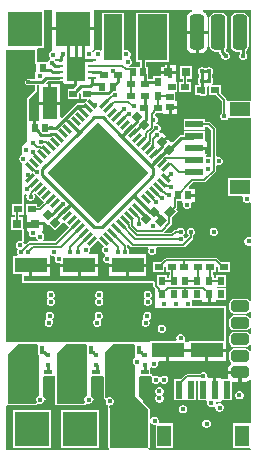
<source format=gtl>
G04*
G04 #@! TF.GenerationSoftware,Altium Limited,Altium Designer,24.6.1 (21)*
G04*
G04 Layer_Physical_Order=1*
G04 Layer_Color=255*
%FSLAX44Y44*%
%MOMM*%
G71*
G04*
G04 #@! TF.SameCoordinates,29A4E78F-5DBC-4D08-8976-EEF5966CA2B1*
G04*
G04*
G04 #@! TF.FilePolarity,Positive*
G04*
G01*
G75*
%ADD13C,0.1270*%
%ADD15C,0.2540*%
%ADD16R,1.6000X3.9000*%
%ADD17R,0.7500X0.6000*%
%ADD18R,0.8000X0.8000*%
%ADD19R,0.6000X0.6400*%
%ADD20R,3.0000X3.0000*%
%ADD21R,0.6400X0.6000*%
%ADD22R,0.6000X0.7500*%
G04:AMPARAMS|DCode=23|XSize=0.64mm|YSize=0.6mm|CornerRadius=0mm|HoleSize=0mm|Usage=FLASHONLY|Rotation=225.000|XOffset=0mm|YOffset=0mm|HoleType=Round|Shape=Rectangle|*
%AMROTATEDRECTD23*
4,1,4,0.0141,0.4384,0.4384,0.0141,-0.0141,-0.4384,-0.4384,-0.0141,0.0141,0.4384,0.0*
%
%ADD23ROTATEDRECTD23*%

G04:AMPARAMS|DCode=24|XSize=1.25mm|YSize=3mm|CornerRadius=0.3125mm|HoleSize=0mm|Usage=FLASHONLY|Rotation=0.000|XOffset=0mm|YOffset=0mm|HoleType=Round|Shape=RoundedRectangle|*
%AMROUNDEDRECTD24*
21,1,1.2500,2.3750,0,0,0.0*
21,1,0.6250,3.0000,0,0,0.0*
1,1,0.6250,0.3125,-1.1875*
1,1,0.6250,-0.3125,-1.1875*
1,1,0.6250,-0.3125,1.1875*
1,1,0.6250,0.3125,1.1875*
%
%ADD24ROUNDEDRECTD24*%
G04:AMPARAMS|DCode=25|XSize=0.64mm|YSize=0.6mm|CornerRadius=0mm|HoleSize=0mm|Usage=FLASHONLY|Rotation=135.000|XOffset=0mm|YOffset=0mm|HoleType=Round|Shape=Rectangle|*
%AMROTATEDRECTD25*
4,1,4,0.4384,-0.0141,0.0141,-0.4384,-0.4384,0.0141,-0.0141,0.4384,0.4384,-0.0141,0.0*
%
%ADD25ROTATEDRECTD25*%

%ADD26P,8.4853X4X180.0*%
G04:AMPARAMS|DCode=27|XSize=0.86mm|YSize=0.26mm|CornerRadius=0mm|HoleSize=0mm|Usage=FLASHONLY|Rotation=135.000|XOffset=0mm|YOffset=0mm|HoleType=Round|Shape=Rectangle|*
%AMROTATEDRECTD27*
4,1,4,0.3960,-0.2121,0.2121,-0.3960,-0.3960,0.2121,-0.2121,0.3960,0.3960,-0.2121,0.0*
%
%ADD27ROTATEDRECTD27*%

G04:AMPARAMS|DCode=28|XSize=0.26mm|YSize=0.86mm|CornerRadius=0mm|HoleSize=0mm|Usage=FLASHONLY|Rotation=135.000|XOffset=0mm|YOffset=0mm|HoleType=Round|Shape=Rectangle|*
%AMROTATEDRECTD28*
4,1,4,0.3960,0.2121,-0.2121,-0.3960,-0.3960,-0.2121,0.2121,0.3960,0.3960,0.2121,0.0*
%
%ADD28ROTATEDRECTD28*%

G04:AMPARAMS|DCode=29|XSize=1.5mm|YSize=1mm|CornerRadius=0.25mm|HoleSize=0mm|Usage=FLASHONLY|Rotation=0.000|XOffset=0mm|YOffset=0mm|HoleType=Round|Shape=RoundedRectangle|*
%AMROUNDEDRECTD29*
21,1,1.5000,0.5000,0,0,0.0*
21,1,1.0000,1.0000,0,0,0.0*
1,1,0.5000,0.5000,-0.2500*
1,1,0.5000,-0.5000,-0.2500*
1,1,0.5000,-0.5000,0.2500*
1,1,0.5000,0.5000,0.2500*
%
%ADD29ROUNDEDRECTD29*%
%ADD30R,1.3000X2.7000*%
G04:AMPARAMS|DCode=31|XSize=0.6mm|YSize=0.25mm|CornerRadius=0.0313mm|HoleSize=0mm|Usage=FLASHONLY|Rotation=180.000|XOffset=0mm|YOffset=0mm|HoleType=Round|Shape=RoundedRectangle|*
%AMROUNDEDRECTD31*
21,1,0.6000,0.1875,0,0,180.0*
21,1,0.5375,0.2500,0,0,180.0*
1,1,0.0625,-0.2688,0.0938*
1,1,0.0625,0.2688,0.0938*
1,1,0.0625,0.2688,-0.0938*
1,1,0.0625,-0.2688,-0.0938*
%
%ADD31ROUNDEDRECTD31*%
%ADD32R,1.6000X3.9000*%
%ADD33R,0.6000X1.5500*%
%ADD34R,1.2000X1.8000*%
%ADD35R,0.3400X0.8000*%
%ADD36R,0.4200X0.6600*%
%ADD37R,2.7000X1.3000*%
%ADD38R,0.6600X0.4200*%
%ADD39R,0.8000X0.3400*%
G04:AMPARAMS|DCode=40|XSize=0.6mm|YSize=0.75mm|CornerRadius=0mm|HoleSize=0mm|Usage=FLASHONLY|Rotation=315.000|XOffset=0mm|YOffset=0mm|HoleType=Round|Shape=Rectangle|*
%AMROTATEDRECTD40*
4,1,4,-0.4773,-0.0530,0.0530,0.4773,0.4773,0.0530,-0.0530,-0.4773,-0.4773,-0.0530,0.0*
%
%ADD40ROTATEDRECTD40*%

%ADD41R,1.5500X0.6000*%
%ADD42R,1.8000X1.2000*%
G04:AMPARAMS|DCode=71|XSize=1.6mm|YSize=2mm|CornerRadius=0.04mm|HoleSize=0mm|Usage=FLASHONLY|Rotation=180.000|XOffset=0mm|YOffset=0mm|HoleType=Round|Shape=RoundedRectangle|*
%AMROUNDEDRECTD71*
21,1,1.6000,1.9200,0,0,180.0*
21,1,1.5200,2.0000,0,0,180.0*
1,1,0.0800,-0.7600,0.9600*
1,1,0.0800,0.7600,0.9600*
1,1,0.0800,0.7600,-0.9600*
1,1,0.0800,-0.7600,-0.9600*
%
%ADD71ROUNDEDRECTD71*%
%ADD72C,0.4500*%
G36*
X208626Y297270D02*
X189160D01*
Y297270D01*
X187942Y297395D01*
Y297750D01*
X187794Y298494D01*
X187373Y299124D01*
X182794Y303703D01*
X182770Y303823D01*
Y310270D01*
X176044D01*
X175518Y311540D01*
X175984Y312006D01*
X176520Y313300D01*
Y314700D01*
X175984Y315994D01*
X175590Y316388D01*
Y319612D01*
X175984Y320006D01*
X176520Y321300D01*
Y322700D01*
X175984Y323994D01*
X174994Y324984D01*
X173700Y325520D01*
X172300D01*
X171006Y324984D01*
X170612Y324590D01*
X169388D01*
X168994Y324984D01*
X167700Y325520D01*
X166300D01*
X165006Y324984D01*
X164016Y323994D01*
X163480Y322700D01*
Y321300D01*
X164016Y320006D01*
X164710Y319312D01*
Y316688D01*
X164016Y315994D01*
X163480Y314700D01*
Y313300D01*
X164016Y312006D01*
X164482Y311540D01*
X164159Y310270D01*
X161230D01*
Y301730D01*
X165092D01*
X165606Y301216D01*
X166900Y300680D01*
X168300D01*
X169594Y301216D01*
X170108Y301730D01*
X171270D01*
Y308264D01*
X172410Y309283D01*
X172540Y309302D01*
X172730Y309150D01*
Y301730D01*
X179346D01*
X179492Y301512D01*
X184057Y296946D01*
Y287005D01*
X184006Y286984D01*
X183015Y285993D01*
X182480Y284700D01*
Y283299D01*
X183015Y282006D01*
X184006Y281015D01*
X185299Y280479D01*
X186700D01*
X187994Y281015D01*
X188984Y282006D01*
X189284Y282730D01*
X208626D01*
Y231270D01*
X189160D01*
Y216730D01*
X201093D01*
X201795Y215460D01*
X201480Y214700D01*
Y213300D01*
X202016Y212006D01*
X203006Y211016D01*
X204300Y210480D01*
X205700D01*
X206994Y211016D01*
X207355Y211378D01*
X208626Y210851D01*
Y182296D01*
X207355Y181447D01*
X207180Y181520D01*
X205780D01*
X204486Y180984D01*
X203496Y179994D01*
X202960Y178700D01*
Y177300D01*
X203496Y176006D01*
X204486Y175016D01*
X205780Y174480D01*
X207180D01*
X207355Y174553D01*
X208626Y173704D01*
Y127585D01*
X207355Y127264D01*
X206718Y128218D01*
X205471Y129051D01*
X204000Y129344D01*
X194000D01*
X192529Y129051D01*
X191282Y128218D01*
X190449Y126971D01*
X190156Y125500D01*
Y120500D01*
X190449Y119029D01*
X191282Y117782D01*
X192529Y116949D01*
X194000Y116656D01*
X204000D01*
X205471Y116949D01*
X206718Y117782D01*
X207355Y118736D01*
X208626Y118415D01*
Y113585D01*
X207355Y113264D01*
X206718Y114218D01*
X205471Y115051D01*
X204000Y115344D01*
X194000D01*
X192529Y115051D01*
X191282Y114218D01*
X190449Y112971D01*
X190156Y111500D01*
Y106500D01*
X190449Y105029D01*
X191282Y103782D01*
X192529Y102949D01*
X194000Y102656D01*
X204000D01*
X205471Y102949D01*
X206718Y103782D01*
X207355Y104736D01*
X208626Y104415D01*
Y99585D01*
X207355Y99264D01*
X206718Y100218D01*
X205471Y101051D01*
X204000Y101344D01*
X194000D01*
X192529Y101051D01*
X191282Y100218D01*
X190449Y98971D01*
X190156Y97500D01*
Y92500D01*
X190449Y91029D01*
X191282Y89782D01*
X192529Y88949D01*
X194000Y88656D01*
X204000D01*
X205471Y88949D01*
X206718Y89782D01*
X207355Y90736D01*
X208626Y90415D01*
Y85585D01*
X207355Y85264D01*
X206718Y86218D01*
X205471Y87051D01*
X204000Y87344D01*
X194000D01*
X192529Y87051D01*
X191282Y86218D01*
X190449Y84971D01*
X190156Y83500D01*
Y78500D01*
X190449Y77029D01*
X191282Y75782D01*
X191750Y75469D01*
X191816Y75185D01*
X191663Y74000D01*
X190366Y73134D01*
X189252Y71466D01*
X188861Y69500D01*
Y68270D01*
X199000D01*
Y67000D01*
X200270D01*
Y59361D01*
X204000D01*
X205966Y59752D01*
X207355Y60680D01*
X208626Y60239D01*
Y24963D01*
X208270Y23840D01*
X207355Y23840D01*
X193730D01*
Y3300D01*
X207414Y3300D01*
X208134Y2030D01*
X207768Y1374D01*
X122225D01*
X121699Y2645D01*
X122242Y3188D01*
X122645Y4160D01*
X122645Y4160D01*
Y23998D01*
X123915Y24251D01*
X124016Y24006D01*
X125006Y23016D01*
X126300Y22480D01*
X127700D01*
X127730Y22460D01*
Y3300D01*
X142270D01*
Y23840D01*
X131290D01*
X130441Y25110D01*
X130520Y25300D01*
Y26700D01*
X129984Y27994D01*
X128994Y28984D01*
X127700Y29520D01*
X126300D01*
X125006Y28984D01*
X124016Y27994D01*
X123915Y27749D01*
X122645Y28002D01*
Y36160D01*
X122645Y36160D01*
X122242Y37132D01*
X116937Y42437D01*
X117409Y43577D01*
X114086Y46901D01*
Y62901D01*
X115565Y64380D01*
X123270D01*
X123270Y64380D01*
Y64380D01*
X124251Y63735D01*
X125082Y62905D01*
X125016Y62839D01*
X124480Y61545D01*
Y60145D01*
X125016Y58851D01*
X125086Y58781D01*
Y57757D01*
X125810Y58057D01*
X126006Y57861D01*
X127300Y57325D01*
X128700D01*
X129994Y57861D01*
X130742Y58609D01*
X131500Y58753D01*
X132258Y58609D01*
X133006Y57861D01*
X134300Y57325D01*
X135700D01*
X136994Y57861D01*
X137984Y58851D01*
X138520Y60145D01*
Y61545D01*
X137984Y62839D01*
X136994Y63829D01*
X135700Y64365D01*
X134300D01*
X133006Y63829D01*
X132258Y63081D01*
X131500Y62937D01*
X130742Y63081D01*
X129994Y63829D01*
X128700Y64365D01*
X127300D01*
X126006Y63829D01*
X125810Y63633D01*
X124540Y64159D01*
Y65890D01*
X123270D01*
Y70956D01*
X124284Y71738D01*
X124514Y71508D01*
X125808Y70972D01*
X127208D01*
X128502Y71508D01*
X129492Y72498D01*
X130028Y73792D01*
Y75192D01*
X129822Y75690D01*
X130670Y76960D01*
X136730D01*
Y86000D01*
X139270D01*
Y76960D01*
X154040D01*
Y76960D01*
X154960D01*
Y76960D01*
X169730D01*
Y86000D01*
X171000D01*
Y87270D01*
X187040D01*
Y93387D01*
X187119Y93506D01*
X187349Y94681D01*
X187322Y94817D01*
X187375Y94945D01*
Y122000D01*
X186972Y122972D01*
X186000Y123375D01*
X158971D01*
X158520Y124050D01*
Y125450D01*
X158421Y125690D01*
X158540Y126960D01*
X158540Y126960D01*
X158718Y128156D01*
X158730Y128230D01*
X159810Y128230D01*
X167270Y128230D01*
X167460Y127039D01*
Y126960D01*
X171730D01*
Y133250D01*
X174270D01*
Y126960D01*
X178540D01*
Y127039D01*
X178730Y128230D01*
X179810Y128230D01*
X187270D01*
Y138270D01*
X180157Y138270D01*
X179634Y139146D01*
X180030Y139730D01*
X187270D01*
Y149770D01*
X178730D01*
Y146692D01*
X177270D01*
Y149770D01*
X176192D01*
Y151730D01*
X179270D01*
Y156002D01*
X180540Y156681D01*
X180730Y156554D01*
Y151730D01*
X190770D01*
Y160270D01*
X183477D01*
X180373Y163373D01*
X179743Y163794D01*
X179000Y163942D01*
X137000D01*
X136257Y163794D01*
X135627Y163373D01*
X132523Y160270D01*
X125230D01*
Y151730D01*
X135270D01*
Y156554D01*
X135460Y156681D01*
X136730Y156002D01*
Y151730D01*
X139808D01*
Y149770D01*
X138730D01*
Y146692D01*
X137270D01*
Y149770D01*
X128730D01*
Y141815D01*
X127460Y141134D01*
X127283Y141252D01*
Y143000D01*
X126880Y143972D01*
X125908Y144375D01*
X16375D01*
Y148960D01*
X20730D01*
Y158000D01*
X22000D01*
Y159270D01*
X38040D01*
Y166141D01*
X39310Y166557D01*
X40006Y165861D01*
X41300Y165325D01*
X41758D01*
X42607Y164055D01*
X42460Y163700D01*
Y162300D01*
X42996Y161006D01*
X43986Y160016D01*
X45280Y159480D01*
X46680D01*
X46960Y159293D01*
Y159270D01*
X79040D01*
Y167040D01*
X71814D01*
X71288Y168310D01*
X71546Y168568D01*
X72082Y169862D01*
Y171262D01*
X72038Y171367D01*
X72141Y172595D01*
X79106Y179560D01*
X84269Y174397D01*
X84161Y173856D01*
X83171Y172866D01*
X82635Y171572D01*
Y170172D01*
X83171Y168878D01*
X84161Y167888D01*
X85212Y167452D01*
X85380Y166571D01*
X85338Y166130D01*
X84986Y165984D01*
X83996Y164994D01*
X83460Y163700D01*
Y162300D01*
X83996Y161006D01*
X84986Y160016D01*
X86280Y159480D01*
X87680D01*
X87960Y159293D01*
Y159270D01*
X120040D01*
Y167040D01*
X106141D01*
X105435Y168096D01*
X105520Y168300D01*
Y169700D01*
X104984Y170994D01*
X103994Y171984D01*
X103942Y172005D01*
Y174443D01*
X103794Y175186D01*
X104800Y175967D01*
X107140Y173627D01*
X107140Y173627D01*
X107771Y173206D01*
X108514Y173058D01*
X108514Y173058D01*
X121284D01*
X121612Y172581D01*
X121931Y171788D01*
X121480Y170700D01*
Y169300D01*
X122016Y168006D01*
X123006Y167016D01*
X124300Y166480D01*
X125700D01*
X126994Y167016D01*
X127984Y168006D01*
X128520Y169300D01*
Y170700D01*
X128069Y171788D01*
X128388Y172581D01*
X128716Y173058D01*
X151000D01*
X151743Y173206D01*
X152373Y173627D01*
X159028Y180282D01*
X159450Y180912D01*
X159597Y181655D01*
Y182995D01*
X159649Y183016D01*
X160639Y184006D01*
X161175Y185300D01*
Y186700D01*
X160639Y187994D01*
X159649Y188984D01*
X158355Y189520D01*
X156955D01*
X155661Y188984D01*
X154671Y187994D01*
X154135Y186700D01*
Y185300D01*
X154671Y184006D01*
X155661Y183016D01*
X155135Y181882D01*
X153842Y180589D01*
X152519Y181062D01*
X152133Y181994D01*
X151957Y182170D01*
X151158Y183000D01*
X151957Y183830D01*
X152133Y184006D01*
X152669Y185300D01*
Y186700D01*
X152133Y187994D01*
X151143Y188984D01*
X149849Y189520D01*
X148449D01*
X147155Y188984D01*
X146165Y187994D01*
X146144Y187942D01*
X145000D01*
X144257Y187794D01*
X143627Y187373D01*
X141195Y184942D01*
X135485D01*
X134959Y186212D01*
X140909Y192162D01*
X140909Y192162D01*
X141330Y192792D01*
X141478Y193535D01*
Y198439D01*
X146635Y203596D01*
X144989Y205242D01*
X145373Y205627D01*
X145794Y206257D01*
X145942Y207000D01*
Y212530D01*
X149860D01*
Y211260D01*
X150351D01*
X151200Y209990D01*
X151080Y209700D01*
Y208300D01*
X151616Y207006D01*
X152606Y206016D01*
X153900Y205480D01*
X155300D01*
X156594Y206016D01*
X157584Y207006D01*
X158120Y208300D01*
Y209700D01*
X158000Y209990D01*
X158848Y211260D01*
X160940D01*
Y215730D01*
X155400D01*
Y218270D01*
X160940D01*
Y222740D01*
X156146D01*
X155660Y223913D01*
X159804Y228058D01*
X169000D01*
X169743Y228206D01*
X170373Y228627D01*
X178373Y236627D01*
X178794Y237257D01*
X178942Y238000D01*
Y241732D01*
X180212Y242581D01*
X180455Y242480D01*
X181855D01*
X183149Y243016D01*
X184139Y244006D01*
X184675Y245300D01*
Y246700D01*
X184139Y247994D01*
X183149Y248984D01*
X181855Y249520D01*
X180455D01*
X180212Y249419D01*
X178942Y250268D01*
Y273000D01*
X178794Y273743D01*
X178373Y274373D01*
X174373Y278373D01*
X173743Y278794D01*
X173000Y278942D01*
X169700D01*
Y281270D01*
X151660D01*
Y272730D01*
X169700D01*
Y275058D01*
X172195D01*
X175058Y272195D01*
Y249666D01*
X174473Y249308D01*
X173788Y249049D01*
X172650Y249520D01*
X171250D01*
X171029Y249429D01*
X170037Y250131D01*
X170199Y251350D01*
X170891Y251460D01*
X170970D01*
Y255730D01*
X160680D01*
Y258270D01*
X170970D01*
Y262540D01*
X170891D01*
X169700Y262730D01*
X169700Y263810D01*
Y271270D01*
X151660D01*
Y267960D01*
X149120D01*
X148129Y267763D01*
X147289Y267201D01*
X142316Y262229D01*
X141141Y262001D01*
X138121Y265021D01*
X134063Y260962D01*
X132267Y262758D01*
X136325Y266817D01*
X133306Y269836D01*
X133218Y269748D01*
X131984Y269994D01*
X130994Y270984D01*
X130948Y271215D01*
X131488Y271755D01*
X132024Y273048D01*
Y274449D01*
X131488Y275742D01*
X130498Y276733D01*
X129204Y277269D01*
X129043D01*
X128517Y278539D01*
X128984Y279006D01*
X129520Y280300D01*
Y281700D01*
X128984Y282994D01*
X127994Y283984D01*
X127487Y284194D01*
X127189Y285692D01*
X128008Y286512D01*
X128154Y286730D01*
X134260D01*
Y286060D01*
X138730D01*
Y291600D01*
X140000D01*
Y292870D01*
X145740D01*
Y297140D01*
X144470D01*
X144470Y304670D01*
X145715Y304730D01*
X146270D01*
Y313270D01*
X145233D01*
X145040Y314460D01*
X145040Y314540D01*
Y319730D01*
X138500D01*
X131960D01*
Y317770D01*
X125730D01*
Y315465D01*
X122164D01*
X121670Y316530D01*
Y325470D01*
X119990D01*
Y330230D01*
X139270D01*
Y371770D01*
X111230D01*
Y330230D01*
X114810D01*
Y326368D01*
X113912Y325470D01*
X113130D01*
X111860Y325470D01*
X106423D01*
X106235Y325507D01*
X105671D01*
X105418Y326777D01*
X105994Y327016D01*
X106984Y328006D01*
X107520Y329300D01*
Y330700D01*
X106984Y331994D01*
X105994Y332984D01*
X105911Y334393D01*
X106004Y334486D01*
X106540Y335780D01*
Y337180D01*
X106004Y338474D01*
X105014Y339464D01*
X103720Y340000D01*
X102320D01*
X102040Y339884D01*
X100770Y340733D01*
Y371770D01*
X82230D01*
Y340028D01*
X80960Y339501D01*
X80677Y339784D01*
X79384Y340320D01*
X77983D01*
X76690Y339784D01*
X75773Y338868D01*
X75628Y338789D01*
X74879Y338738D01*
X74321Y339191D01*
X75020Y340460D01*
X75540D01*
Y356730D01*
X40460D01*
Y340460D01*
X39982Y339388D01*
X39006Y338984D01*
X38016Y337994D01*
X37480Y336700D01*
Y335300D01*
X38016Y334006D01*
X38477Y333545D01*
X38229Y332068D01*
X37852Y331912D01*
X36862Y330921D01*
X36326Y329628D01*
Y329470D01*
X28130D01*
X27375Y330427D01*
Y340000D01*
X27184Y340460D01*
X27873Y341730D01*
X33270D01*
Y373626D01*
X40460D01*
Y359270D01*
X75540D01*
Y373626D01*
X158265D01*
X158390Y372356D01*
X157665Y372211D01*
X155791Y370959D01*
X154539Y369085D01*
X154099Y366875D01*
Y356270D01*
X171901D01*
Y366875D01*
X171461Y369085D01*
X170209Y370959D01*
X168335Y372211D01*
X167610Y372356D01*
X167735Y373626D01*
X208626D01*
Y297270D01*
D02*
G37*
G36*
X61270Y310980D02*
X61581Y310229D01*
X58899Y307547D01*
X58714Y307270D01*
X53230D01*
Y298730D01*
X63270D01*
Y303624D01*
X63460Y303751D01*
X64730Y303072D01*
Y298730D01*
X69352D01*
X69838Y297557D01*
X67561Y295280D01*
X62136D01*
X61145Y295082D01*
X60304Y294521D01*
X48213Y282430D01*
X47040Y282916D01*
Y293730D01*
X38000D01*
X28960D01*
Y279740D01*
X26870D01*
Y274000D01*
X24330D01*
Y279740D01*
X20375D01*
Y298431D01*
X26972Y305028D01*
X27375Y306000D01*
X27375Y306000D01*
Y310410D01*
X28960D01*
Y296270D01*
X36730D01*
Y311040D01*
X35273D01*
X34746Y312310D01*
X36347Y313910D01*
X46000D01*
X46195Y313949D01*
X48688D01*
X49305Y314072D01*
X49589Y313462D01*
X49631Y313253D01*
X50280Y312280D01*
X51253Y311631D01*
X52400Y311402D01*
X58730D01*
Y324000D01*
X61270D01*
Y310980D01*
D02*
G37*
G36*
X29715Y215021D02*
X33595Y211141D01*
X29397Y206942D01*
X27770D01*
Y209270D01*
X17730D01*
Y200730D01*
X18767D01*
X18960Y199540D01*
X18960D01*
Y194270D01*
X25500D01*
X32040D01*
Y194816D01*
X33213Y195301D01*
X36503Y192012D01*
X37401Y192910D01*
X42725Y187586D01*
X49047Y193907D01*
X49955Y194781D01*
X50928Y193808D01*
X53910Y190826D01*
X54085Y189295D01*
X54053Y189172D01*
X42823Y177942D01*
X32580D01*
X32394Y178284D01*
X32190Y179212D01*
X32984Y180006D01*
X33520Y181300D01*
Y182700D01*
X32984Y183994D01*
X31994Y184984D01*
X31497Y185190D01*
X31749Y186460D01*
X32040D01*
Y191730D01*
X25500D01*
X18960D01*
Y186460D01*
X19972D01*
X20480Y185700D01*
Y184300D01*
X21016Y183006D01*
X22006Y182016D01*
X23300Y181480D01*
X24700D01*
X25210Y181691D01*
X26411Y181321D01*
X26605Y180999D01*
X27016Y180006D01*
X27810Y179212D01*
X27606Y178284D01*
X27420Y177942D01*
X21000D01*
X21000Y177942D01*
X20257Y177794D01*
X19627Y177373D01*
X19626Y177373D01*
X17790Y175537D01*
X17297Y175600D01*
X16414Y175957D01*
X15984Y176994D01*
X15867Y177111D01*
X15972Y178336D01*
X16128Y178712D01*
X16351Y179052D01*
X16323Y179184D01*
X16375Y179308D01*
Y187730D01*
X15972Y188702D01*
X15770Y188786D01*
Y198270D01*
X12442D01*
Y200730D01*
X16270D01*
Y209017D01*
X16375Y209270D01*
Y217565D01*
X17515Y218300D01*
X17945Y218123D01*
X18493Y216731D01*
X18480Y216700D01*
Y215299D01*
X19016Y214006D01*
X20006Y213015D01*
X21300Y212480D01*
X22700D01*
X23994Y213015D01*
X24984Y214006D01*
X25520Y215299D01*
Y216700D01*
X24984Y217993D01*
X25909Y218827D01*
X29715Y215021D01*
D02*
G37*
G36*
X26000Y315590D02*
X20000D01*
X19009Y315393D01*
X18169Y314831D01*
X17607Y313991D01*
X17410Y313000D01*
X17607Y312009D01*
X18169Y311169D01*
X19009Y310607D01*
X20000Y310410D01*
X26000D01*
Y306000D01*
X19000Y299000D01*
Y263000D01*
X15000Y259000D01*
Y256846D01*
X14684Y256373D01*
X14411Y255000D01*
X14684Y253627D01*
X15000Y253154D01*
Y251331D01*
X14502Y251232D01*
X13338Y250454D01*
X12559Y249289D01*
X12286Y247916D01*
X12559Y246543D01*
X13338Y245378D01*
X14502Y244600D01*
X15000Y244501D01*
Y209270D01*
X6230D01*
Y200730D01*
X8558D01*
Y198270D01*
X5230D01*
Y187730D01*
X15000D01*
Y179308D01*
X13730Y178444D01*
X13000Y178589D01*
X11627Y178316D01*
X10462Y177538D01*
X9684Y176373D01*
X9411Y175000D01*
X9684Y173627D01*
X10462Y172462D01*
X10605Y172367D01*
X11462Y171538D01*
X10684Y170373D01*
X10411Y169000D01*
X10684Y167627D01*
X11076Y167040D01*
X10397Y165770D01*
X7230D01*
Y150230D01*
X15000D01*
Y143000D01*
X125908D01*
Y140455D01*
X126056Y139712D01*
X126477Y139082D01*
X127000Y138559D01*
Y122000D01*
X132772D01*
X133006Y121766D01*
X134300Y121230D01*
X135700D01*
X136994Y121766D01*
X137228Y122000D01*
X142772D01*
X143006Y121766D01*
X144300Y121230D01*
X145700D01*
X146994Y121766D01*
X147228Y122000D01*
X152772D01*
X153006Y121766D01*
X154300Y121230D01*
X155700D01*
X156994Y121766D01*
X157228Y122000D01*
X186000D01*
Y94945D01*
X185770Y93770D01*
X156230D01*
Y93000D01*
X153721D01*
X152770Y93770D01*
D01*
X152300Y95040D01*
X152416Y95320D01*
Y96720D01*
X151880Y98014D01*
X150890Y99004D01*
X149596Y99540D01*
X148196D01*
X146902Y99004D01*
X145912Y98014D01*
X145376Y96720D01*
Y95320D01*
X145492Y95040D01*
X144643Y93770D01*
X123230D01*
Y93000D01*
X1374D01*
Y143000D01*
Y340000D01*
X26000D01*
Y315590D01*
D02*
G37*
G36*
X69380Y90570D02*
Y81430D01*
X70000D01*
Y47396D01*
X69006Y46984D01*
X68016Y45994D01*
X67480Y44700D01*
Y43300D01*
X68016Y42006D01*
X68052Y41970D01*
X67526Y40700D01*
X44000D01*
Y83000D01*
X52000Y91000D01*
X68288D01*
X69380Y90570D01*
D02*
G37*
G36*
X28380D02*
Y81430D01*
X29000D01*
Y47396D01*
X28006Y46984D01*
X27016Y45994D01*
X26480Y44700D01*
Y43300D01*
X27016Y42006D01*
X27052Y41970D01*
X26526Y40700D01*
X3000D01*
Y83000D01*
X11000Y91000D01*
X27288D01*
X28380Y90570D01*
D02*
G37*
G36*
X82270Y64380D02*
Y64380D01*
X83251Y63735D01*
X83895Y63091D01*
Y45674D01*
X84000Y45422D01*
Y45148D01*
X84086Y45062D01*
Y43960D01*
X84625Y44247D01*
X85584Y43583D01*
X85480Y43330D01*
Y41930D01*
X86016Y40636D01*
X87006Y39646D01*
X87726Y39348D01*
X87320Y38366D01*
Y38093D01*
X87215Y37840D01*
X87320Y37587D01*
Y37314D01*
X87513Y37121D01*
X87618Y36868D01*
X87895Y36591D01*
Y4160D01*
X87895Y4160D01*
X88298Y3188D01*
X88454Y2587D01*
X87685Y1374D01*
X1374D01*
Y38722D01*
X2645Y39473D01*
X3000Y39325D01*
X26526D01*
X26779Y39430D01*
X27052D01*
X27245Y39623D01*
X27498Y39728D01*
X27558Y39874D01*
X28383Y40860D01*
X29300Y40480D01*
X30700D01*
X31994Y41016D01*
X32984Y42006D01*
X33520Y43300D01*
Y43610D01*
X35376D01*
X32086Y46901D01*
Y62901D01*
X33565Y64380D01*
X41270D01*
X41270Y64380D01*
Y64380D01*
X42251Y63735D01*
X42625Y63361D01*
Y42375D01*
Y40700D01*
X43028Y39728D01*
X44000Y39325D01*
X67526D01*
X67779Y39430D01*
X68052D01*
X68245Y39623D01*
X68498Y39728D01*
X68558Y39874D01*
X69383Y40860D01*
X70300Y40480D01*
X71700D01*
X72994Y41016D01*
X73984Y42006D01*
X74520Y43300D01*
Y43610D01*
X76376D01*
X73086Y46901D01*
Y62901D01*
X74565Y64380D01*
X82270D01*
X82270Y64380D01*
D02*
G37*
G36*
X110270Y90160D02*
Y79135D01*
X109964Y79008D01*
X108973Y78018D01*
X108438Y76724D01*
Y75324D01*
X108973Y74030D01*
X109964Y73040D01*
X110270Y72913D01*
Y47160D01*
X121270Y36160D01*
Y4160D01*
X120270Y3160D01*
X90270D01*
X89270Y4160D01*
Y37160D01*
X88590Y37840D01*
X89116Y39110D01*
X89700D01*
X90994Y39646D01*
X91984Y40636D01*
X92520Y41930D01*
Y43330D01*
X91984Y44624D01*
X90994Y45614D01*
X89700Y46150D01*
X88300D01*
X87006Y45614D01*
X86540Y45148D01*
X85270Y45674D01*
Y84160D01*
X92270Y91160D01*
X109270D01*
X110270Y90160D01*
D02*
G37*
%LPC*%
G36*
X171901Y353730D02*
X164270D01*
Y337349D01*
X166125D01*
X168335Y337789D01*
X170209Y339041D01*
X171461Y340915D01*
X171901Y343125D01*
Y353730D01*
D02*
G37*
G36*
X161730D02*
X154099D01*
Y343125D01*
X154539Y340915D01*
X155791Y339041D01*
X157665Y337789D01*
X159875Y337349D01*
X161730D01*
Y353730D01*
D02*
G37*
G36*
X202125Y371356D02*
X195875D01*
X194160Y371015D01*
X192706Y370044D01*
X191735Y368590D01*
X191394Y366875D01*
Y343125D01*
X191735Y341410D01*
X192706Y339956D01*
X194160Y338985D01*
X195875Y338644D01*
X199376D01*
X199396Y337374D01*
X199016Y336994D01*
X198480Y335700D01*
Y334300D01*
X199016Y333006D01*
X200006Y332016D01*
X201300Y331480D01*
X202700D01*
X203994Y332016D01*
X204984Y333006D01*
X205520Y334300D01*
Y335700D01*
X204984Y336994D01*
X204590Y337388D01*
Y339486D01*
X205294Y339956D01*
X206265Y341410D01*
X206606Y343125D01*
Y366875D01*
X206265Y368590D01*
X205294Y370044D01*
X203840Y371015D01*
X202125Y371356D01*
D02*
G37*
G36*
X184125D02*
X177875D01*
X176160Y371015D01*
X174706Y370044D01*
X173735Y368590D01*
X173394Y366875D01*
Y343125D01*
X173735Y341410D01*
X174706Y339956D01*
X176160Y338985D01*
X177875Y338644D01*
X181174D01*
Y338236D01*
X181371Y337245D01*
X181933Y336405D01*
X183480Y334857D01*
Y334300D01*
X184016Y333006D01*
X185006Y332016D01*
X186300Y331480D01*
X187700D01*
X188994Y332016D01*
X189984Y333006D01*
X190520Y334300D01*
Y335700D01*
X189984Y336994D01*
X188994Y337984D01*
X187700Y338520D01*
X187269Y339723D01*
X187294Y339956D01*
X188265Y341410D01*
X188606Y343125D01*
Y366875D01*
X188265Y368590D01*
X187294Y370044D01*
X185840Y371015D01*
X184125Y371356D01*
D02*
G37*
G36*
X145040Y327540D02*
X139770D01*
Y322270D01*
X145040D01*
Y327540D01*
D02*
G37*
G36*
X137230D02*
X131960D01*
Y322270D01*
X137230D01*
Y327540D01*
D02*
G37*
G36*
X158770Y326270D02*
X148230D01*
Y315730D01*
X150808D01*
Y313270D01*
X147730D01*
Y304730D01*
X157770D01*
Y313270D01*
X154692D01*
Y315730D01*
X158770D01*
Y326270D01*
D02*
G37*
G36*
X145740Y290330D02*
X141270D01*
Y286060D01*
X145740D01*
Y290330D01*
D02*
G37*
G36*
X177700Y189520D02*
X176299D01*
X175006Y188984D01*
X174016Y187994D01*
X173480Y186700D01*
Y185299D01*
X174016Y184006D01*
X175006Y183015D01*
X176299Y182480D01*
X177700D01*
X178993Y183015D01*
X179984Y184006D01*
X180520Y185299D01*
Y186700D01*
X179984Y187994D01*
X178993Y188984D01*
X177700Y189520D01*
D02*
G37*
G36*
X120040Y156730D02*
X105270D01*
Y148960D01*
X120040D01*
Y156730D01*
D02*
G37*
G36*
X102730D02*
X87960D01*
Y148960D01*
X102730D01*
Y156730D01*
D02*
G37*
G36*
X79040D02*
X64270D01*
Y148960D01*
X79040D01*
Y156730D01*
D02*
G37*
G36*
X61730D02*
X46960D01*
Y148960D01*
X61730D01*
Y156730D01*
D02*
G37*
G36*
X38040D02*
X23270D01*
Y148960D01*
X38040D01*
Y156730D01*
D02*
G37*
G36*
X187040Y84730D02*
X172270D01*
Y76960D01*
X187040D01*
Y84730D01*
D02*
G37*
G36*
X168807Y67289D02*
X167407D01*
X166113Y66753D01*
X165123Y65763D01*
X165102Y65711D01*
X154699D01*
X153956Y65563D01*
X153326Y65142D01*
X149523Y61340D01*
X143730D01*
Y43300D01*
X152270D01*
Y57624D01*
X152460Y57751D01*
X153730Y57072D01*
Y43300D01*
X162270D01*
Y60181D01*
X163000Y60603D01*
X163730Y60181D01*
Y43300D01*
X170747D01*
X171596Y42030D01*
X171480Y41750D01*
Y40350D01*
X172016Y39056D01*
X173006Y38066D01*
X174300Y37530D01*
X175700D01*
X176994Y38066D01*
X177307Y38379D01*
X178017Y38107D01*
X178480Y37756D01*
Y36530D01*
X179016Y35236D01*
X180006Y34246D01*
X181300Y33710D01*
X182700D01*
X183994Y34246D01*
X184984Y35236D01*
X185520Y36530D01*
Y37930D01*
X184984Y39224D01*
X183994Y40214D01*
X182700Y40750D01*
X181300D01*
X180006Y40214D01*
X179693Y39901D01*
X178983Y40173D01*
X178520Y40524D01*
Y41750D01*
X178707Y42030D01*
X183540D01*
Y42109D01*
X183730Y43300D01*
X184810Y43300D01*
X192270D01*
Y58704D01*
X193252Y59510D01*
X194000Y59361D01*
X197730D01*
Y65730D01*
X188861D01*
Y64500D01*
X189237Y62610D01*
X189237Y62389D01*
X188585Y61340D01*
X183730Y61340D01*
X183540Y62531D01*
Y62610D01*
X179270D01*
Y52320D01*
X176730D01*
Y62610D01*
X172800D01*
X172275Y62815D01*
X171627Y63535D01*
Y64469D01*
X171091Y65763D01*
X170101Y66753D01*
X168807Y67289D01*
D02*
G37*
G36*
X199470Y51290D02*
X198070D01*
X196776Y50754D01*
X195786Y49764D01*
X195250Y48470D01*
Y47070D01*
X195786Y45776D01*
X196776Y44786D01*
X198070Y44250D01*
X199470D01*
X200764Y44786D01*
X201754Y45776D01*
X202290Y47070D01*
Y48470D01*
X201754Y49764D01*
X200764Y50754D01*
X199470Y51290D01*
D02*
G37*
G36*
X131700Y54520D02*
X130300D01*
X129006Y53984D01*
X128016Y52994D01*
X127480Y51700D01*
Y50300D01*
X128016Y49006D01*
X128192Y48830D01*
X128991Y48000D01*
X128192Y47170D01*
X128016Y46994D01*
X127480Y45700D01*
Y44300D01*
X128016Y43006D01*
X129006Y42016D01*
X130300Y41480D01*
X131700D01*
X132994Y42016D01*
X133984Y43006D01*
X134520Y44300D01*
Y45700D01*
X133984Y46994D01*
X133808Y47170D01*
X133009Y48000D01*
X133808Y48830D01*
X133984Y49006D01*
X134520Y50300D01*
Y51700D01*
X133984Y52994D01*
X132994Y53984D01*
X131700Y54520D01*
D02*
G37*
G36*
X151700Y39520D02*
X150300D01*
X149006Y38984D01*
X148016Y37994D01*
X147480Y36700D01*
Y35300D01*
X148016Y34006D01*
X149006Y33016D01*
X150300Y32480D01*
X151700D01*
X152994Y33016D01*
X153984Y34006D01*
X154520Y35300D01*
Y36700D01*
X153984Y37994D01*
X152994Y38984D01*
X151700Y39520D01*
D02*
G37*
G36*
X171700Y27120D02*
X170300D01*
X169006Y26584D01*
X168016Y25594D01*
X167480Y24300D01*
Y22900D01*
X168016Y21606D01*
X169006Y20616D01*
X170300Y20080D01*
X171700D01*
X172994Y20616D01*
X173984Y21606D01*
X174520Y22900D01*
Y24300D01*
X173984Y25594D01*
X172994Y26584D01*
X171700Y27120D01*
D02*
G37*
G36*
X47040Y311040D02*
X39270D01*
Y296270D01*
X47040D01*
Y311040D01*
D02*
G37*
G36*
X121720Y136240D02*
X120320D01*
X119026Y135704D01*
X118036Y134714D01*
X117500Y133420D01*
Y132020D01*
X118036Y130726D01*
X118927Y129835D01*
X118036Y128944D01*
X117500Y127650D01*
Y126250D01*
X118036Y124956D01*
X119026Y123966D01*
X120320Y123430D01*
X121720D01*
X123014Y123966D01*
X124004Y124956D01*
X124540Y126250D01*
Y127650D01*
X124004Y128944D01*
X123113Y129835D01*
X124004Y130726D01*
X124540Y132020D01*
Y133420D01*
X124004Y134714D01*
X123014Y135704D01*
X121720Y136240D01*
D02*
G37*
G36*
X80720D02*
X79320D01*
X78026Y135704D01*
X77036Y134714D01*
X76500Y133420D01*
Y132020D01*
X77036Y130726D01*
X77927Y129835D01*
X77036Y128944D01*
X76500Y127650D01*
Y126250D01*
X77036Y124956D01*
X78026Y123966D01*
X79320Y123430D01*
X80720D01*
X82014Y123966D01*
X83004Y124956D01*
X83540Y126250D01*
Y127650D01*
X83004Y128944D01*
X82113Y129835D01*
X83004Y130726D01*
X83540Y132020D01*
Y133420D01*
X83004Y134714D01*
X82014Y135704D01*
X80720Y136240D01*
D02*
G37*
G36*
X39720D02*
X38320D01*
X37026Y135704D01*
X36036Y134714D01*
X35500Y133420D01*
Y132020D01*
X36036Y130726D01*
X36927Y129835D01*
X36036Y128944D01*
X35500Y127650D01*
Y126250D01*
X36036Y124956D01*
X37026Y123966D01*
X38320Y123430D01*
X39720D01*
X41014Y123966D01*
X42004Y124956D01*
X42540Y126250D01*
Y127650D01*
X42004Y128944D01*
X41113Y129835D01*
X42004Y130726D01*
X42540Y132020D01*
Y133420D01*
X42004Y134714D01*
X41014Y135704D01*
X39720Y136240D01*
D02*
G37*
G36*
X121372Y118421D02*
X119972D01*
X118678Y117885D01*
X117688Y116895D01*
X117152Y115601D01*
Y114201D01*
X117434Y113520D01*
X117376Y112264D01*
X116386Y111274D01*
X115850Y109980D01*
Y108580D01*
X116386Y107286D01*
X117376Y106296D01*
X118670Y105760D01*
X120070D01*
X121364Y106296D01*
X122354Y107286D01*
X122890Y108580D01*
Y109980D01*
X122608Y110661D01*
X122666Y111917D01*
X123656Y112907D01*
X124192Y114201D01*
Y115601D01*
X123656Y116895D01*
X122666Y117885D01*
X121372Y118421D01*
D02*
G37*
G36*
X80372D02*
X78972D01*
X77678Y117885D01*
X76688Y116895D01*
X76152Y115601D01*
Y114201D01*
X76384Y113642D01*
X76376Y112264D01*
X75386Y111274D01*
X74850Y109980D01*
Y108580D01*
X75386Y107286D01*
X76376Y106296D01*
X77670Y105760D01*
X79070D01*
X80364Y106296D01*
X81354Y107286D01*
X81890Y108580D01*
Y109980D01*
X81658Y110539D01*
X81666Y111917D01*
X82656Y112907D01*
X83192Y114201D01*
Y115601D01*
X82656Y116895D01*
X81666Y117885D01*
X80372Y118421D01*
D02*
G37*
G36*
X39034Y118489D02*
X37633D01*
X36339Y117953D01*
X35349Y116963D01*
X34813Y115669D01*
Y114269D01*
X35119Y113532D01*
X35376Y112264D01*
X34386Y111274D01*
X33850Y109980D01*
Y108580D01*
X34386Y107286D01*
X35376Y106296D01*
X36670Y105760D01*
X38070D01*
X39364Y106296D01*
X40354Y107286D01*
X40890Y108580D01*
Y109980D01*
X40585Y110717D01*
X40327Y111985D01*
X41318Y112975D01*
X41853Y114269D01*
Y115669D01*
X41318Y116963D01*
X40327Y117953D01*
X39034Y118489D01*
D02*
G37*
G36*
X133700Y107500D02*
X132300D01*
X131006Y106964D01*
X130016Y105974D01*
X129480Y104680D01*
Y103280D01*
X130016Y101986D01*
X131006Y100996D01*
X132300Y100460D01*
X133700D01*
X134994Y100996D01*
X135984Y101986D01*
X136520Y103280D01*
Y104680D01*
X135984Y105974D01*
X134994Y106964D01*
X133700Y107500D01*
D02*
G37*
G36*
X80270Y35270D02*
X47730D01*
Y2730D01*
X80270D01*
Y35270D01*
D02*
G37*
G36*
X39270D02*
X6730D01*
Y2730D01*
X39270D01*
Y35270D01*
D02*
G37*
%LPD*%
D13*
X113600Y193400D02*
X114000Y193000D01*
X113600Y193400D02*
Y198198D01*
X108699Y203099D02*
X113600Y198198D01*
X108000Y191000D02*
Y195787D01*
Y191000D02*
X112000Y187000D01*
X105163Y198623D02*
X108000Y195787D01*
X105163Y198623D02*
Y199564D01*
X112000Y187000D02*
X133000D01*
X101628Y195332D02*
Y196028D01*
Y195332D02*
X105000Y191960D01*
Y190000D02*
X112000Y183000D01*
X105000Y190000D02*
Y191960D01*
X112000Y183000D02*
X142000D01*
X107250Y301000D02*
Y319650D01*
X108600Y321000D01*
X103060Y323685D02*
X103180Y323565D01*
X106235D01*
X108600Y321200D01*
Y321000D02*
Y321200D01*
X102315Y323685D02*
X103060D01*
X99500Y326500D02*
X102315Y323685D01*
X74000Y326500D02*
X99500D01*
X152750Y309000D02*
Y320250D01*
X153500Y321000D01*
X92917Y296000D02*
X104552D01*
X87486Y290569D02*
X92917Y296000D01*
X104552D02*
X108335Y292216D01*
X109209D01*
X10500Y204250D02*
X11250Y205000D01*
X10500Y193000D02*
Y204250D01*
X30201Y205000D02*
X38907Y213706D01*
X22750Y205000D02*
X30201D01*
X26592Y237618D02*
X27210Y237000D01*
X30356Y257690D02*
X30712Y257334D01*
X27310Y257690D02*
X30356D01*
X30712Y257334D02*
X33250D01*
X35372Y255213D01*
X24000Y261000D02*
X27310Y257690D01*
X74263Y294104D02*
X75212Y293155D01*
X76671D01*
X104565Y286000D02*
X105000D01*
X93082Y301292D02*
X93700Y301910D01*
X100920Y289970D02*
Y290080D01*
X139150Y301250D02*
X140000Y300400D01*
X130000Y301250D02*
X139150D01*
X124400Y280025D02*
Y285650D01*
Y274400D02*
Y280025D01*
X125375Y281000D01*
X126000D01*
X128504Y273696D02*
Y273749D01*
X123456Y268648D02*
X128504Y273696D01*
X123456Y263373D02*
Y268648D01*
X130000Y291250D02*
Y301250D01*
X129750Y291000D02*
X130000Y291250D01*
X124400Y285650D02*
X126635Y287885D01*
X129000Y291000D02*
X129750D01*
X126635Y288635D02*
X129000Y291000D01*
X126635Y287885D02*
Y288635D01*
X119354Y269354D02*
X124400Y274400D01*
X115770Y262284D02*
Y262769D01*
X119354Y266353D02*
Y269354D01*
X115770Y262769D02*
X119354Y266353D01*
X119305Y259223D02*
X123456Y263373D01*
X119305Y258749D02*
Y259223D01*
X129000Y267883D02*
Y268000D01*
X98527Y279962D02*
X104565Y286000D01*
X137618Y224618D02*
X140382D01*
X141000Y224000D01*
X133447Y227848D02*
X134388D01*
X137618Y224618D01*
X22000Y216000D02*
X22618Y216618D01*
Y218630D01*
X28301Y224313D01*
X19000Y222000D02*
Y222041D01*
X133000Y187000D02*
X139536Y193535D01*
Y202535D01*
X145000Y186000D02*
X149149D01*
X142000Y183000D02*
X145000Y186000D01*
X139536Y202535D02*
X140066Y203066D01*
X151000Y175000D02*
X157655Y181655D01*
X94557Y188957D02*
X108514Y175000D01*
X151000D01*
X110585Y180000D02*
X149149D01*
X98092Y192493D02*
X110585Y180000D01*
X128000Y211000D02*
Y211541D01*
X122841Y216700D02*
Y217241D01*
Y216700D02*
X128000Y211541D01*
X22170Y241071D02*
X25623Y237618D01*
X21230Y241071D02*
X22170D01*
X126766Y220777D02*
X132585Y214958D01*
X126376Y220777D02*
X126766D01*
X94557Y283607D02*
X100920Y289970D01*
X47699Y173000D02*
X63656Y188957D01*
X24000Y173000D02*
X47699D01*
X20000Y169000D02*
X24000Y173000D01*
X96000Y169000D02*
X96000Y169000D01*
Y173372D01*
X87486Y181886D02*
X96000Y173372D01*
X62000Y173159D02*
X70727Y181886D01*
X62000Y169000D02*
Y173159D01*
X19000Y222041D02*
X24765Y227807D01*
X159327Y248353D02*
X160680Y247000D01*
X136134Y248353D02*
X159327D01*
X94557Y283497D02*
Y283607D01*
X136134Y248234D02*
Y248353D01*
X133447Y245547D02*
X136134Y248234D01*
X133447Y244606D02*
Y245547D01*
X125996Y264879D02*
X129000Y267883D01*
X125996Y259309D02*
Y264879D01*
X122841Y256154D02*
X125996Y259309D01*
X122841Y255213D02*
Y256154D01*
X147237Y237000D02*
X160680D01*
X141045Y243192D02*
X147237Y237000D01*
X139104Y243192D02*
X141045D01*
X136983Y241071D02*
X139104Y243192D01*
X102000Y169000D02*
Y174443D01*
X91021Y185422D02*
X102000Y174443D01*
X24000Y252915D02*
Y253387D01*
Y252915D02*
X28301Y248614D01*
Y248142D02*
Y248614D01*
X132585Y214958D02*
X132975D01*
X135248Y219976D02*
X136982Y218242D01*
X83950Y294104D02*
X91138Y301292D01*
X35101Y261845D02*
X38198Y258749D01*
X141000Y235000D02*
X141000D01*
X38198Y258749D02*
X38907D01*
X55000Y173230D02*
X67192Y185422D01*
X136982Y218242D02*
X138851D01*
X98092Y279962D02*
X98527D01*
X129912Y224313D02*
X130014D01*
X24765Y227807D02*
Y227848D01*
X138851Y218242D02*
X139469Y217624D01*
X137384Y231384D02*
X141000Y235000D01*
X55000Y169000D02*
Y173230D01*
X134351Y219976D02*
X135248D01*
X91138Y301292D02*
X93082D01*
X43628Y176000D02*
X60121Y192493D01*
X21000Y176000D02*
X43628D01*
X136983Y231384D02*
X137384D01*
X30959Y261845D02*
X35101D01*
X14000Y169000D02*
X21000Y176000D01*
X130014Y224313D02*
X134351Y219976D01*
X25623Y237618D02*
X26592D01*
X157655Y181655D02*
Y186000D01*
X144000Y207000D02*
Y215000D01*
X140066Y203066D02*
X144000Y207000D01*
Y215000D02*
X159000Y230000D01*
X160680Y277000D02*
X173000D01*
X177000Y273000D01*
Y238000D02*
Y273000D01*
X169000Y230000D02*
X177000Y238000D01*
X159000Y230000D02*
X169000D01*
X129702Y199718D02*
Y199718D01*
X180865Y302885D02*
X186000Y297750D01*
Y283999D02*
Y297750D01*
X180865Y302885D02*
Y303635D01*
X178500Y306000D02*
X180865Y303635D01*
X177750Y306000D02*
X178500D01*
X130635Y136365D02*
Y137671D01*
Y136365D02*
X133000Y134000D01*
X127851Y140455D02*
X130635Y137671D01*
X127851Y140455D02*
Y146533D01*
X153000Y138905D02*
X168095D01*
X137905D02*
X153000D01*
X153000Y133250D02*
Y138905D01*
X153000Y138905D01*
X173000Y133250D02*
Y134000D01*
X168095Y138905D02*
X173000Y134000D01*
X133000D02*
X137905Y138905D01*
X133000Y133250D02*
Y134000D01*
X148000Y57070D02*
X154699Y63769D01*
X148000Y52320D02*
Y57070D01*
X158000Y58000D02*
X158000Y58000D01*
X154699Y63769D02*
X168107D01*
X158000Y52320D02*
Y58000D01*
X152000Y162000D02*
X179000D01*
X137000D02*
X152000D01*
X152250Y156000D02*
Y161750D01*
X152000Y162000D02*
X152250Y161750D01*
X179000Y162000D02*
X185000Y156000D01*
X185750D01*
X131000D02*
X137000Y162000D01*
X130250Y156000D02*
X131000D01*
X173000Y144750D02*
X174250Y146000D01*
Y156000D01*
X163750Y145500D02*
Y156000D01*
X163000Y144750D02*
X163750Y145500D01*
X141750Y146000D02*
Y156000D01*
Y146000D02*
X143000Y144750D01*
X173000D02*
X183000D01*
X153000D02*
X163000D01*
X133000D02*
X143000D01*
D15*
X118750Y311000D02*
Y319650D01*
X117400Y321000D02*
X118750Y319650D01*
X117400Y340400D02*
X118000Y341000D01*
X117400Y339650D02*
Y340400D01*
Y321000D02*
Y339650D01*
X118750Y341000D01*
Y311000D02*
X119500D01*
X121375Y312875D01*
X129875D01*
X130000Y312750D01*
X118500Y300750D02*
X118750Y301000D01*
X118500Y291250D02*
Y300750D01*
X118750Y341000D02*
Y349250D01*
X43801Y274355D02*
X51228Y281783D01*
X39000Y274000D02*
X39355Y274355D01*
X34400Y274000D02*
X34410Y273990D01*
X38990D02*
X39000Y273980D01*
X39355Y274355D02*
X43801D01*
X34410Y273990D02*
X38990D01*
X51228Y281783D02*
X62136Y292690D01*
X51228Y281783D02*
X56585Y276426D01*
X45936Y265820D02*
X45978D01*
X42972Y268784D02*
X45936Y265820D01*
X38976Y268784D02*
X42972D01*
X38402Y268209D02*
X38976Y268784D01*
X30398Y268209D02*
X38402D01*
X28860Y269748D02*
X30398Y268209D01*
X28860Y269748D02*
Y270540D01*
X25600Y273800D02*
X28860Y270540D01*
X25600Y273800D02*
Y274000D01*
X23500Y191000D02*
X25500Y193000D01*
X20000Y191000D02*
X23500D01*
X31774Y313000D02*
X35274Y316500D01*
X46000D01*
X20000Y313000D02*
X31774D01*
X38930Y323070D02*
X40480Y321520D01*
X34130Y323070D02*
X38930D01*
X32400Y324800D02*
X34130Y323070D01*
X32400Y324800D02*
Y325000D01*
X45980Y321520D02*
X46000Y321500D01*
X40480Y321520D02*
X45980D01*
X47730Y334990D02*
X49210Y336470D01*
X47730Y331520D02*
Y334990D01*
X46000Y331500D02*
X47710D01*
X47730Y331520D01*
X49210Y336470D02*
Y337000D01*
X39846Y328927D02*
X40377D01*
X42784Y326520D01*
X45980D01*
X46000Y326500D01*
X95750Y313350D02*
Y319000D01*
X89670Y305539D02*
Y307470D01*
X87390Y303260D02*
X89670Y305539D01*
X78548Y303260D02*
X87390D01*
X118306Y291000D02*
X120035Y289270D01*
X118111Y279335D02*
X120035Y281259D01*
X118111Y276889D02*
Y279335D01*
X120035Y281259D02*
Y289270D01*
X118250Y291000D02*
X118306D01*
X105163Y272891D02*
X111747Y279475D01*
Y282970D02*
X111889Y283111D01*
X111747Y279475D02*
Y282970D01*
X116232Y276889D02*
X118111D01*
X108699Y269355D02*
X108699D01*
X116232Y276889D01*
X123477Y202463D02*
X125245D01*
X123979Y202965D02*
X124361Y203347D01*
X123018Y202965D02*
X123979D01*
X115812Y210170D02*
X123018Y202965D01*
X115770Y210170D02*
X115812D01*
X126111Y202463D02*
X126957D01*
X112234Y206635D02*
X119889Y198980D01*
Y196889D02*
Y198980D01*
X126957Y202463D02*
X131987Y197433D01*
X109440Y216500D02*
X115770Y210170D01*
X62136Y292131D02*
X67192Y287075D01*
X133023Y258324D02*
Y261719D01*
X126376Y251678D02*
X133023Y258324D01*
X67192Y287033D02*
Y287075D01*
X137407Y255637D02*
X139387D01*
X129912Y248142D02*
X137407Y255637D01*
X39473Y200130D02*
X45978Y206635D01*
X36786Y200130D02*
X39473D01*
X36644Y199988D02*
X36786Y200130D01*
X124000Y242230D02*
X129912Y248142D01*
X56000Y209585D02*
Y210000D01*
X68606Y292690D02*
X70727Y290569D01*
X62511Y270500D02*
X63500D01*
X49514Y203099D02*
X56000Y209585D01*
X98500Y267500D02*
X99730D01*
X105121Y272891D01*
X56585Y276426D02*
X62511Y270500D01*
X62136Y292690D02*
X68606D01*
X124000Y242000D02*
Y242230D01*
X105121Y272891D02*
X105163D01*
X108500Y216500D02*
X109440D01*
X62136Y292131D02*
Y292690D01*
X43008Y196594D02*
X49514Y203099D01*
X43008Y193907D02*
Y196594D01*
X42867Y193766D02*
X43008Y193907D01*
X133023Y261719D02*
X133165Y261860D01*
X131987Y194987D02*
Y197433D01*
X131934Y194934D02*
X131987Y194987D01*
X199002Y56998D02*
Y66998D01*
X199000Y67000D02*
X199002Y66998D01*
X188000Y52320D02*
X188000D01*
X199000Y81000D02*
X204000D01*
X199000Y81000D02*
X199000Y81000D01*
X199000Y95000D02*
X204000D01*
X199000Y109000D02*
X204000D01*
X199000Y123000D02*
X204000D01*
X199000Y355000D02*
X202000Y352000D01*
X183764Y338236D02*
Y352236D01*
X181000Y355000D02*
X183764Y352236D01*
Y338236D02*
X187000Y335000D01*
X91400Y309200D02*
X93130Y310930D01*
X93330D02*
X95750Y313350D01*
X93130Y310930D02*
X93330D01*
X91400Y309000D02*
Y309200D01*
X70035Y303285D02*
X78523D01*
X69750Y303000D02*
X70035Y303285D01*
X78523D02*
X78548Y303260D01*
X58250Y303235D02*
X59235D01*
X60730Y304730D01*
Y305715D02*
X64677Y309662D01*
X60730Y304730D02*
Y305715D01*
X64677Y309662D02*
X72262D01*
X74000Y311400D01*
X80870Y310930D02*
X82600Y309200D01*
X80670Y310930D02*
X80870D01*
X74000Y311400D02*
X80200D01*
X82600Y309000D02*
Y309200D01*
X80200Y311400D02*
X80670Y310930D01*
X74000Y311400D02*
Y316500D01*
X118750Y349250D02*
X120500Y351000D01*
X202000Y335000D02*
Y352000D01*
X180730Y107500D02*
X182000Y106230D01*
X180726Y107500D02*
X180730D01*
X174226Y114000D02*
X180726Y107500D01*
X171000Y113000D02*
X171000Y113000D01*
X181000Y114000D02*
X182000Y113000D01*
Y105000D02*
Y106230D01*
X171000Y105000D02*
Y114000D01*
X171000Y114000D02*
X181000D01*
X171000D02*
X174226D01*
X171000Y113000D02*
Y114000D01*
X171000Y105000D02*
X182000D01*
X167300Y304500D02*
Y314000D01*
Y321700D01*
X173000Y314000D02*
Y322000D01*
X167300Y314000D02*
X173000D01*
X167000D02*
X167300D01*
X167000Y322000D02*
X173000D01*
X167300Y304500D02*
X167600Y304200D01*
X167000Y322000D02*
X167300Y321700D01*
X81000Y321500D02*
X83500Y319000D01*
X74000Y321500D02*
X81000D01*
X83500Y319000D02*
X84250D01*
X66000Y346000D02*
X68000Y348000D01*
X66000Y330770D02*
X66730Y331500D01*
X60000Y324770D02*
X66000Y330770D01*
Y330000D02*
Y330770D01*
Y346000D01*
X60000Y324000D02*
X66000Y330000D01*
X54000Y354000D02*
X58000Y358000D01*
X54000Y330000D02*
Y354000D01*
Y330000D02*
X60000Y324000D01*
Y324770D02*
Y346000D01*
Y324000D02*
Y324770D01*
X58000Y348000D02*
X60000Y346000D01*
X66730Y331500D02*
X74000D01*
X159050Y265370D02*
X160680Y267000D01*
X139387Y255637D02*
X149120Y265370D01*
X159050D01*
X188000Y52320D02*
Y52770D01*
X138000Y86000D02*
X171000D01*
X56000Y210000D02*
X76000Y190000D01*
X32000Y234000D02*
X56000Y210000D01*
X108500Y216500D02*
X126000Y234000D01*
X82000Y190000D02*
X108500Y216500D01*
X124000Y242000D02*
X126000Y240000D01*
X98500Y267500D02*
X124000Y242000D01*
X83000Y283000D02*
X98500Y267500D01*
X63500Y270500D02*
X76000Y283000D01*
X32000Y239000D02*
X63500Y270500D01*
X76000Y283000D02*
X83000D01*
X76000Y190000D02*
X82000D01*
X126000Y234000D02*
Y240000D01*
X32000Y234000D02*
Y239000D01*
X35456Y82037D02*
X36661D01*
X33523Y83970D02*
X35456Y82037D01*
X31750Y84800D02*
X32580Y83970D01*
X31750Y84800D02*
Y86000D01*
X32580Y83970D02*
X33523D01*
X118810Y73513D02*
X118920Y73623D01*
X118810Y67860D02*
Y73513D01*
X118700Y67750D02*
X118810Y67860D01*
X113750Y84800D02*
Y86000D01*
Y84800D02*
X114580Y83970D01*
X117456Y82037D02*
X118661D01*
X115523Y83970D02*
X117456Y82037D01*
X114580Y83970D02*
X115523D01*
X77810Y73513D02*
X77920Y73623D01*
X77810Y67860D02*
Y73513D01*
X77700Y67750D02*
X77810Y67860D01*
X72750Y84800D02*
Y86000D01*
Y84800D02*
X73580Y83970D01*
X76456Y82037D02*
X77661D01*
X74523Y83970D02*
X76456Y82037D01*
X73580Y83970D02*
X74523D01*
X36700Y67750D02*
X36810Y67860D01*
Y73513D01*
X36920Y73623D01*
D16*
X130000Y351000D02*
D03*
D17*
X141250Y309000D02*
D03*
X152750D02*
D03*
X22750Y205000D02*
D03*
X11250D02*
D03*
X129750Y291000D02*
D03*
X118250D02*
D03*
X166250Y306000D02*
D03*
X177750D02*
D03*
X58250Y303000D02*
D03*
X69750D02*
D03*
X95750Y319000D02*
D03*
X84250D02*
D03*
X107250Y311000D02*
D03*
X118750D02*
D03*
Y301000D02*
D03*
X107250D02*
D03*
X141750Y156000D02*
D03*
X130250D02*
D03*
X152250D02*
D03*
X163750D02*
D03*
X185750D02*
D03*
X174250D02*
D03*
D18*
X10500Y193000D02*
D03*
X25500D02*
D03*
X153500Y321000D02*
D03*
X138500D02*
D03*
D19*
X23600Y325000D02*
D03*
X32400D02*
D03*
X117400Y321000D02*
D03*
X108600D02*
D03*
X91400Y309000D02*
D03*
X82600D02*
D03*
X155400Y217000D02*
D03*
X146600D02*
D03*
X34400Y274000D02*
D03*
X25600D02*
D03*
D20*
X17000Y358000D02*
D03*
X58000D02*
D03*
X105000Y19000D02*
D03*
X64000D02*
D03*
X23000D02*
D03*
D21*
X140000Y300400D02*
D03*
Y291600D02*
D03*
D22*
X130000Y301250D02*
D03*
Y312750D02*
D03*
X143000Y133250D02*
D03*
Y144750D02*
D03*
X163000D02*
D03*
Y133250D02*
D03*
X183000Y144750D02*
D03*
Y133250D02*
D03*
X133000D02*
D03*
Y144750D02*
D03*
X153000Y133250D02*
D03*
Y144750D02*
D03*
X173000Y133250D02*
D03*
Y144750D02*
D03*
D23*
X118111Y276889D02*
D03*
X111889Y283111D02*
D03*
X42867Y193766D02*
D03*
X36644Y199988D02*
D03*
X139387Y255637D02*
D03*
X133165Y261860D02*
D03*
D24*
X199000Y355000D02*
D03*
X163000D02*
D03*
X181000D02*
D03*
D25*
X119889Y196889D02*
D03*
X126111Y203111D02*
D03*
D26*
X79106Y236227D02*
D03*
D27*
X21230Y241071D02*
D03*
X24765Y244606D02*
D03*
X28301Y248142D02*
D03*
X31836Y251678D02*
D03*
X35372Y255213D02*
D03*
X38907Y258749D02*
D03*
X42443Y262284D02*
D03*
X45978Y265820D02*
D03*
X49514Y269355D02*
D03*
X53049Y272891D02*
D03*
X56585Y276426D02*
D03*
X60121Y279962D02*
D03*
X63656Y283497D02*
D03*
X67192Y287033D02*
D03*
X70727Y290569D02*
D03*
X74263Y294104D02*
D03*
X133447Y227848D02*
D03*
X129912Y224313D02*
D03*
X126376Y220777D02*
D03*
X122841Y217241D02*
D03*
X119305Y213706D02*
D03*
X115770Y210170D02*
D03*
X112234Y206635D02*
D03*
X108699Y203099D02*
D03*
X105163Y199564D02*
D03*
X101628Y196028D02*
D03*
X98092Y192493D02*
D03*
X94557Y188957D02*
D03*
X91021Y185422D02*
D03*
X87486Y181886D02*
D03*
X83950Y178351D02*
D03*
X136983Y231384D02*
D03*
D28*
X74263Y178351D02*
D03*
X70727Y181886D02*
D03*
X67192Y185422D02*
D03*
X63656Y188957D02*
D03*
X60121Y192493D02*
D03*
X56585Y196028D02*
D03*
X53049Y199564D02*
D03*
X49514Y203099D02*
D03*
X45978Y206635D02*
D03*
X42443Y210170D02*
D03*
X38907Y213706D02*
D03*
X35372Y217241D02*
D03*
X31836Y220777D02*
D03*
X28301Y224313D02*
D03*
X24765Y227848D02*
D03*
X21230Y231384D02*
D03*
X83950Y294104D02*
D03*
X87486Y290569D02*
D03*
X91021Y287033D02*
D03*
X94557Y283497D02*
D03*
X98092Y279962D02*
D03*
X105163Y272891D02*
D03*
X108699Y269355D02*
D03*
X112234Y265820D02*
D03*
X115770Y262284D02*
D03*
X119305Y258749D02*
D03*
X122841Y255213D02*
D03*
X126376Y251678D02*
D03*
X129912Y248142D02*
D03*
X133447Y244606D02*
D03*
X136983Y241071D02*
D03*
X101628Y276426D02*
D03*
D29*
X199000Y67000D02*
D03*
Y81000D02*
D03*
Y95000D02*
D03*
Y109000D02*
D03*
Y123000D02*
D03*
D30*
X38000Y295000D02*
D03*
X10000D02*
D03*
D31*
X46000Y316500D02*
D03*
Y321500D02*
D03*
Y326500D02*
D03*
Y331500D02*
D03*
X74000D02*
D03*
Y326500D02*
D03*
Y321500D02*
D03*
Y316500D02*
D03*
D32*
X91500Y351000D02*
D03*
X120500D02*
D03*
D33*
X148000Y52320D02*
D03*
X168000D02*
D03*
X178000D02*
D03*
X188000D02*
D03*
X158000D02*
D03*
D34*
X135000Y13570D02*
D03*
X201000D02*
D03*
D35*
X31750Y113700D02*
D03*
X25250D02*
D03*
X18750D02*
D03*
X12250D02*
D03*
X53250D02*
D03*
X59750D02*
D03*
X66250D02*
D03*
X72750D02*
D03*
X94250D02*
D03*
X100750D02*
D03*
X107250D02*
D03*
X113750D02*
D03*
D36*
X25250Y86000D02*
D03*
X18750D02*
D03*
X31750D02*
D03*
X12250D02*
D03*
X53250D02*
D03*
X72750D02*
D03*
X59750D02*
D03*
X66250D02*
D03*
X94250D02*
D03*
X113750D02*
D03*
X100750D02*
D03*
X107250D02*
D03*
D37*
X171000Y86000D02*
D03*
Y114000D02*
D03*
X22000Y158000D02*
D03*
Y130000D02*
D03*
X138000Y86000D02*
D03*
Y114000D02*
D03*
X104000Y158000D02*
D03*
Y130000D02*
D03*
X63000Y158000D02*
D03*
Y130000D02*
D03*
D38*
X36700Y54750D02*
D03*
X77700Y48250D02*
D03*
Y67750D02*
D03*
Y54750D02*
D03*
Y61250D02*
D03*
X36700Y48250D02*
D03*
X36700Y67750D02*
D03*
X36700Y61250D02*
D03*
X118700Y48250D02*
D03*
Y67750D02*
D03*
Y54750D02*
D03*
Y61250D02*
D03*
D39*
X50000Y48250D02*
D03*
Y54750D02*
D03*
Y61250D02*
D03*
Y67750D02*
D03*
X9000Y48250D02*
D03*
Y54750D02*
D03*
Y61250D02*
D03*
Y67750D02*
D03*
X91000Y48250D02*
D03*
Y54750D02*
D03*
Y61250D02*
D03*
Y67750D02*
D03*
D40*
X140066Y203066D02*
D03*
X131934Y194934D02*
D03*
D41*
X160680Y247000D02*
D03*
Y277000D02*
D03*
Y267000D02*
D03*
Y257000D02*
D03*
Y237000D02*
D03*
D42*
X199430Y290000D02*
D03*
Y224000D02*
D03*
D71*
X60000Y324000D02*
D03*
D72*
X114000Y193000D02*
D03*
X206480Y178000D02*
D03*
X205000Y214000D02*
D03*
X140000Y318000D02*
D03*
X141250Y309000D02*
D03*
X39000Y273980D02*
D03*
X177270Y197670D02*
D03*
X49426Y209800D02*
D03*
X86000Y208000D02*
D03*
X109209Y292216D02*
D03*
X20000Y191000D02*
D03*
Y234000D02*
D03*
X15875Y247916D02*
D03*
X18000Y255000D02*
D03*
X27210Y237000D02*
D03*
X151000Y36000D02*
D03*
X198770Y47770D02*
D03*
X24000Y261000D02*
D03*
X30000Y318000D02*
D03*
X41000Y336000D02*
D03*
X39846Y328927D02*
D03*
X49210Y337000D02*
D03*
X76671Y293155D02*
D03*
X95750Y319000D02*
D03*
X105000Y286000D02*
D03*
X93700Y301910D02*
D03*
X100920Y290080D02*
D03*
X118500Y291250D02*
D03*
X125000Y325000D02*
D03*
X20000Y319000D02*
D03*
Y313000D02*
D03*
X7000Y333000D02*
D03*
X13000D02*
D03*
X7000Y326000D02*
D03*
X13000D02*
D03*
X7000Y319000D02*
D03*
X13000D02*
D03*
X7000Y312000D02*
D03*
X13000D02*
D03*
Y285000D02*
D03*
X7000D02*
D03*
Y291000D02*
D03*
X13000D02*
D03*
Y298000D02*
D03*
X7000D02*
D03*
X13000Y305000D02*
D03*
X7000D02*
D03*
X134000Y327000D02*
D03*
X150000Y284000D02*
D03*
X142000D02*
D03*
X150000Y365000D02*
D03*
X126000Y281000D02*
D03*
X128504Y273749D02*
D03*
X129000Y268000D02*
D03*
X111889Y283111D02*
D03*
X118111Y276889D02*
D03*
X194000Y148000D02*
D03*
X204000Y149000D02*
D03*
X192000Y169000D02*
D03*
X182000Y229000D02*
D03*
X170000Y212000D02*
D03*
X163700Y219300D02*
D03*
X125432Y191155D02*
D03*
X25600Y274000D02*
D03*
X141000Y224000D02*
D03*
X86155Y170872D02*
D03*
X68562Y170562D02*
D03*
X42000Y168845D02*
D03*
X24000Y185000D02*
D03*
X125000Y170000D02*
D03*
X30000Y182000D02*
D03*
X22000Y216000D02*
D03*
X19000Y222000D02*
D03*
X118000Y362000D02*
D03*
Y341000D02*
D03*
Y355000D02*
D03*
Y348000D02*
D03*
X119889Y196889D02*
D03*
X125245Y202463D02*
D03*
X128000Y211000D02*
D03*
X24000Y253387D02*
D03*
X177000Y186000D02*
D03*
X157655Y186000D02*
D03*
X149149D02*
D03*
Y180000D02*
D03*
X141750Y156000D02*
D03*
X199002Y56998D02*
D03*
X30959Y261845D02*
D03*
X204000Y81000D02*
D03*
Y95000D02*
D03*
Y109000D02*
D03*
Y123000D02*
D03*
X104000Y330000D02*
D03*
X95000Y355000D02*
D03*
X88000D02*
D03*
X95000Y348000D02*
D03*
X88000Y341000D02*
D03*
X95000D02*
D03*
X88000Y362000D02*
D03*
X95000D02*
D03*
X88000Y348000D02*
D03*
X43000Y307000D02*
D03*
X41000Y285000D02*
D03*
X35000Y304000D02*
D03*
X41000Y297000D02*
D03*
X35000Y290000D02*
D03*
X181000Y71000D02*
D03*
X174000D02*
D03*
X167000D02*
D03*
X182000Y113000D02*
D03*
X171000D02*
D03*
Y105000D02*
D03*
X182000D02*
D03*
X71713Y336290D02*
D03*
X78684Y336800D02*
D03*
X124000Y362000D02*
D03*
Y341000D02*
D03*
Y348000D02*
D03*
Y355000D02*
D03*
X167000Y322000D02*
D03*
X173000Y314000D02*
D03*
Y322000D02*
D03*
X167000Y314000D02*
D03*
X91503Y322345D02*
D03*
X103020Y336480D02*
D03*
X160000Y33750D02*
D03*
X203000D02*
D03*
X148896Y96020D02*
D03*
X171950Y239000D02*
D03*
X181155Y246000D02*
D03*
X171950D02*
D03*
X186000Y318250D02*
D03*
X201000Y325750D02*
D03*
X194000Y331000D02*
D03*
X181000Y330000D02*
D03*
X175000Y334000D02*
D03*
X202000Y335000D02*
D03*
X187000D02*
D03*
X128000Y60845D02*
D03*
X135000D02*
D03*
X171618Y272507D02*
D03*
X154600Y209000D02*
D03*
X133000Y103980D02*
D03*
X155000Y124750D02*
D03*
X145000D02*
D03*
X135000D02*
D03*
X89000Y42630D02*
D03*
X156000Y257000D02*
D03*
X172000Y264000D02*
D03*
X171400Y254000D02*
D03*
X167600Y304200D02*
D03*
X186000Y283999D02*
D03*
X188000Y52770D02*
D03*
X58000Y358000D02*
D03*
X48000Y368000D02*
D03*
X48000Y348000D02*
D03*
X68000Y348000D02*
D03*
X68000Y368000D02*
D03*
X48000Y358000D02*
D03*
X58000Y348000D02*
D03*
X68000Y358000D02*
D03*
X58000Y368000D02*
D03*
X17000D02*
D03*
X27000Y358000D02*
D03*
X17000Y348000D02*
D03*
X7000Y358000D02*
D03*
X27000Y368000D02*
D03*
X27000Y348000D02*
D03*
X7000Y348000D02*
D03*
X7000Y368000D02*
D03*
X17000Y358000D02*
D03*
X105000Y19000D02*
D03*
X96000Y28000D02*
D03*
Y10000D02*
D03*
X114000D02*
D03*
Y28000D02*
D03*
X96000Y19000D02*
D03*
X105000Y10000D02*
D03*
X114000Y19000D02*
D03*
X105000Y28000D02*
D03*
X126508Y74492D02*
D03*
X111958Y76024D02*
D03*
X128438Y33562D02*
D03*
X171000Y32400D02*
D03*
Y23600D02*
D03*
X127000Y26000D02*
D03*
X182000Y37230D02*
D03*
X175000Y41050D02*
D03*
X71000Y44000D02*
D03*
X30000D02*
D03*
X131000Y51000D02*
D03*
Y45000D02*
D03*
X168000Y58000D02*
D03*
X158000D02*
D03*
X168107Y63769D02*
D03*
X57000Y66000D02*
D03*
Y60000D02*
D03*
X63000D02*
D03*
Y66000D02*
D03*
X16000Y65250D02*
D03*
Y59250D02*
D03*
X22000D02*
D03*
Y65250D02*
D03*
X64000Y19000D02*
D03*
X55000Y28000D02*
D03*
Y10000D02*
D03*
X73000D02*
D03*
Y28000D02*
D03*
X55000Y19000D02*
D03*
X64000Y10000D02*
D03*
X73000Y19000D02*
D03*
X64000Y28000D02*
D03*
X23000D02*
D03*
X32000Y19000D02*
D03*
X23000Y10000D02*
D03*
X14000Y19000D02*
D03*
X32000Y28000D02*
D03*
Y10000D02*
D03*
X14000D02*
D03*
Y28000D02*
D03*
X23000Y19000D02*
D03*
X9600Y76000D02*
D03*
X78879Y256334D02*
D03*
X99213Y236455D02*
D03*
X79334Y216121D02*
D03*
X59000Y236000D02*
D03*
X79106Y236227D02*
D03*
X42867Y193766D02*
D03*
X36644Y199988D02*
D03*
X139387Y255637D02*
D03*
X133165Y261860D02*
D03*
X42469Y95944D02*
D03*
X83621Y95864D02*
D03*
X5319Y138344D02*
D03*
X97182Y101591D02*
D03*
X55999Y101464D02*
D03*
X13000Y175000D02*
D03*
X121020Y126950D02*
D03*
X80020D02*
D03*
X39020D02*
D03*
X37370Y109280D02*
D03*
X120672Y114901D02*
D03*
X79672D02*
D03*
X38333Y114969D02*
D03*
X87210Y102000D02*
D03*
X5000Y126000D02*
D03*
Y113000D02*
D03*
X5210Y101000D02*
D03*
X46000Y102000D02*
D03*
X15000Y101000D02*
D03*
X183000Y133250D02*
D03*
X143000D02*
D03*
X163000D02*
D03*
X185750Y156000D02*
D03*
X174250D02*
D03*
X163750D02*
D03*
X86980Y163000D02*
D03*
X45980D02*
D03*
X111000Y154000D02*
D03*
X105000D02*
D03*
X99000D02*
D03*
X93000D02*
D03*
X119370Y109280D02*
D03*
X121020Y132720D02*
D03*
X78370Y109280D02*
D03*
X80020Y132720D02*
D03*
X39020D02*
D03*
X20000Y169000D02*
D03*
X62000D02*
D03*
X14000D02*
D03*
X96000D02*
D03*
X102000D02*
D03*
X55000D02*
D03*
X139469Y217624D02*
D03*
X52000Y154000D02*
D03*
X58000D02*
D03*
X64000D02*
D03*
X70000D02*
D03*
X29000D02*
D03*
X23000D02*
D03*
X17000D02*
D03*
X11000D02*
D03*
X132975Y214958D02*
D03*
X141000Y235000D02*
D03*
X91600Y76000D02*
D03*
X50600D02*
D03*
X36700Y82000D02*
D03*
X118700Y73623D02*
D03*
Y82000D02*
D03*
X77700Y73623D02*
D03*
Y82000D02*
D03*
X36700Y73623D02*
D03*
X118700Y60500D02*
D03*
Y52500D02*
D03*
X119904Y44820D02*
D03*
X77700Y60500D02*
D03*
Y52500D02*
D03*
X78904Y44820D02*
D03*
X37904D02*
D03*
X36700Y52500D02*
D03*
Y60500D02*
D03*
M02*

</source>
